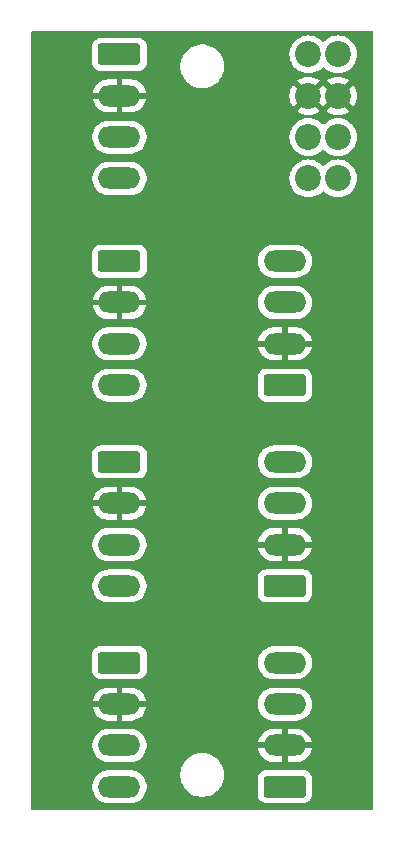
<source format=gbr>
%TF.GenerationSoftware,KiCad,Pcbnew,8.0.2*%
%TF.CreationDate,2024-09-06T00:12:25+02:00*%
%TF.ProjectId,splitX_pluggable_4p,73706c69-7458-45f7-906c-75676761626c,rev?*%
%TF.SameCoordinates,Original*%
%TF.FileFunction,Copper,L2,Inr*%
%TF.FilePolarity,Positive*%
%FSLAX46Y46*%
G04 Gerber Fmt 4.6, Leading zero omitted, Abs format (unit mm)*
G04 Created by KiCad (PCBNEW 8.0.2) date 2024-09-06 00:12:25*
%MOMM*%
%LPD*%
G01*
G04 APERTURE LIST*
G04 Aperture macros list*
%AMRoundRect*
0 Rectangle with rounded corners*
0 $1 Rounding radius*
0 $2 $3 $4 $5 $6 $7 $8 $9 X,Y pos of 4 corners*
0 Add a 4 corners polygon primitive as box body*
4,1,4,$2,$3,$4,$5,$6,$7,$8,$9,$2,$3,0*
0 Add four circle primitives for the rounded corners*
1,1,$1+$1,$2,$3*
1,1,$1+$1,$4,$5*
1,1,$1+$1,$6,$7*
1,1,$1+$1,$8,$9*
0 Add four rect primitives between the rounded corners*
20,1,$1+$1,$2,$3,$4,$5,0*
20,1,$1+$1,$4,$5,$6,$7,0*
20,1,$1+$1,$6,$7,$8,$9,0*
20,1,$1+$1,$8,$9,$2,$3,0*%
G04 Aperture macros list end*
%TA.AperFunction,ComponentPad*%
%ADD10RoundRect,0.250000X-1.550000X0.650000X-1.550000X-0.650000X1.550000X-0.650000X1.550000X0.650000X0*%
%TD*%
%TA.AperFunction,ComponentPad*%
%ADD11O,3.600000X1.800000*%
%TD*%
%TA.AperFunction,ComponentPad*%
%ADD12RoundRect,0.250000X1.550000X-0.650000X1.550000X0.650000X-1.550000X0.650000X-1.550000X-0.650000X0*%
%TD*%
%TA.AperFunction,ComponentPad*%
%ADD13C,2.200000*%
%TD*%
G04 APERTURE END LIST*
D10*
%TO.N,/A*%
%TO.C,J108*%
X91000000Y-99000000D03*
D11*
%TO.N,/B*%
X91000000Y-102500000D03*
%TO.N,/C*%
X91000000Y-106000000D03*
%TO.N,/D*%
X91000000Y-109500000D03*
%TD*%
D12*
%TO.N,/A*%
%TO.C,J107*%
X105000000Y-109500000D03*
D11*
%TO.N,/B*%
X105000000Y-106000000D03*
%TO.N,/C*%
X105000000Y-102500000D03*
%TO.N,/D*%
X105000000Y-99000000D03*
%TD*%
D10*
%TO.N,/A*%
%TO.C,J106*%
X91000000Y-82000000D03*
D11*
%TO.N,/B*%
X91000000Y-85500000D03*
%TO.N,/C*%
X91000000Y-89000000D03*
%TO.N,/D*%
X91000000Y-92500000D03*
%TD*%
D10*
%TO.N,/A*%
%TO.C,J105*%
X91000000Y-47500000D03*
D11*
%TO.N,/B*%
X91000000Y-51000000D03*
%TO.N,/C*%
X91000000Y-54500000D03*
%TO.N,/D*%
X91000000Y-58000000D03*
%TD*%
D13*
%TO.N,/D*%
%TO.C,J104*%
X107000000Y-58000000D03*
X109500000Y-58000000D03*
%TO.N,/C*%
X107000000Y-54500000D03*
X109500000Y-54500000D03*
%TO.N,/B*%
X107000000Y-51000000D03*
X109500000Y-51000000D03*
%TO.N,/A*%
X107000000Y-47500000D03*
X109500000Y-47500000D03*
%TD*%
D12*
%TO.N,/A*%
%TO.C,J103*%
X105000000Y-92500000D03*
D11*
%TO.N,/B*%
X105000000Y-89000000D03*
%TO.N,/C*%
X105000000Y-85500000D03*
%TO.N,/D*%
X105000000Y-82000000D03*
%TD*%
D12*
%TO.N,/A*%
%TO.C,J102*%
X105000000Y-75500000D03*
D11*
%TO.N,/B*%
X105000000Y-72000000D03*
%TO.N,/C*%
X105000000Y-68500000D03*
%TO.N,/D*%
X105000000Y-65000000D03*
%TD*%
D10*
%TO.N,/A*%
%TO.C,J101*%
X91000000Y-65000000D03*
D11*
%TO.N,/B*%
X91000000Y-68500000D03*
%TO.N,/C*%
X91000000Y-72000000D03*
%TO.N,/D*%
X91000000Y-75500000D03*
%TD*%
%TA.AperFunction,Conductor*%
%TO.N,/B*%
G36*
X112442539Y-45520185D02*
G01*
X112488294Y-45572989D01*
X112499500Y-45624500D01*
X112499500Y-111375500D01*
X112479815Y-111442539D01*
X112427011Y-111488294D01*
X112375500Y-111499500D01*
X83624500Y-111499500D01*
X83557461Y-111479815D01*
X83511706Y-111427011D01*
X83500500Y-111375500D01*
X83500500Y-109389778D01*
X88699500Y-109389778D01*
X88699500Y-109610221D01*
X88733985Y-109827952D01*
X88802103Y-110037603D01*
X88802104Y-110037606D01*
X88866110Y-110163222D01*
X88884854Y-110200009D01*
X88902187Y-110234025D01*
X89031752Y-110412358D01*
X89031756Y-110412363D01*
X89187636Y-110568243D01*
X89187641Y-110568247D01*
X89343192Y-110681260D01*
X89365978Y-110697815D01*
X89494375Y-110763237D01*
X89562393Y-110797895D01*
X89562396Y-110797896D01*
X89667221Y-110831955D01*
X89772049Y-110866015D01*
X89989778Y-110900500D01*
X89989779Y-110900500D01*
X92010221Y-110900500D01*
X92010222Y-110900500D01*
X92227951Y-110866015D01*
X92437606Y-110797895D01*
X92634022Y-110697815D01*
X92812365Y-110568242D01*
X92968242Y-110412365D01*
X93097815Y-110234022D01*
X93197895Y-110037606D01*
X93266015Y-109827951D01*
X93300500Y-109610222D01*
X93300500Y-109389778D01*
X93266015Y-109172049D01*
X93197895Y-108962394D01*
X93197895Y-108962393D01*
X93163237Y-108894375D01*
X93097815Y-108765978D01*
X93047848Y-108697204D01*
X92968247Y-108587641D01*
X92968243Y-108587636D01*
X92812363Y-108431756D01*
X92812358Y-108431752D01*
X92739352Y-108378711D01*
X96149500Y-108378711D01*
X96149500Y-108621288D01*
X96181161Y-108861785D01*
X96243947Y-109096104D01*
X96275404Y-109172047D01*
X96336776Y-109320212D01*
X96458064Y-109530289D01*
X96458066Y-109530292D01*
X96458067Y-109530293D01*
X96605733Y-109722736D01*
X96605739Y-109722743D01*
X96777256Y-109894260D01*
X96777262Y-109894265D01*
X96969711Y-110041936D01*
X97179788Y-110163224D01*
X97403900Y-110256054D01*
X97638211Y-110318838D01*
X97818586Y-110342584D01*
X97878711Y-110350500D01*
X97878712Y-110350500D01*
X98121289Y-110350500D01*
X98169388Y-110344167D01*
X98361789Y-110318838D01*
X98596100Y-110256054D01*
X98820212Y-110163224D01*
X99030289Y-110041936D01*
X99222738Y-109894265D01*
X99394265Y-109722738D01*
X99541936Y-109530289D01*
X99663224Y-109320212D01*
X99756054Y-109096100D01*
X99818838Y-108861789D01*
X99826975Y-108799983D01*
X102699500Y-108799983D01*
X102699500Y-110200001D01*
X102699501Y-110200018D01*
X102710000Y-110302796D01*
X102710001Y-110302799D01*
X102746308Y-110412365D01*
X102765186Y-110469334D01*
X102857288Y-110618656D01*
X102981344Y-110742712D01*
X103130666Y-110834814D01*
X103297203Y-110889999D01*
X103399991Y-110900500D01*
X106600008Y-110900499D01*
X106702797Y-110889999D01*
X106869334Y-110834814D01*
X107018656Y-110742712D01*
X107142712Y-110618656D01*
X107234814Y-110469334D01*
X107289999Y-110302797D01*
X107300500Y-110200009D01*
X107300499Y-108799992D01*
X107297024Y-108765978D01*
X107289999Y-108697203D01*
X107289998Y-108697200D01*
X107264843Y-108621288D01*
X107234814Y-108530666D01*
X107142712Y-108381344D01*
X107018656Y-108257288D01*
X106869334Y-108165186D01*
X106702797Y-108110001D01*
X106702795Y-108110000D01*
X106600010Y-108099500D01*
X103399998Y-108099500D01*
X103399981Y-108099501D01*
X103297203Y-108110000D01*
X103297200Y-108110001D01*
X103130668Y-108165185D01*
X103130663Y-108165187D01*
X102981342Y-108257289D01*
X102857289Y-108381342D01*
X102765187Y-108530663D01*
X102765186Y-108530666D01*
X102710001Y-108697203D01*
X102710001Y-108697204D01*
X102710000Y-108697204D01*
X102699500Y-108799983D01*
X99826975Y-108799983D01*
X99850500Y-108621288D01*
X99850500Y-108378712D01*
X99818838Y-108138211D01*
X99756054Y-107903900D01*
X99663224Y-107679788D01*
X99541936Y-107469711D01*
X99394265Y-107277262D01*
X99394260Y-107277256D01*
X99222743Y-107105739D01*
X99222736Y-107105733D01*
X99030293Y-106958067D01*
X99030292Y-106958066D01*
X99030289Y-106958064D01*
X98820212Y-106836776D01*
X98820205Y-106836773D01*
X98596104Y-106743947D01*
X98361785Y-106681161D01*
X98121289Y-106649500D01*
X98121288Y-106649500D01*
X97878712Y-106649500D01*
X97878711Y-106649500D01*
X97638214Y-106681161D01*
X97403895Y-106743947D01*
X97179794Y-106836773D01*
X97179785Y-106836777D01*
X96969706Y-106958067D01*
X96777263Y-107105733D01*
X96777256Y-107105739D01*
X96605739Y-107277256D01*
X96605733Y-107277263D01*
X96458067Y-107469706D01*
X96336777Y-107679785D01*
X96336773Y-107679794D01*
X96243947Y-107903895D01*
X96181161Y-108138214D01*
X96149500Y-108378711D01*
X92739352Y-108378711D01*
X92634025Y-108302187D01*
X92634024Y-108302186D01*
X92634022Y-108302185D01*
X92545908Y-108257288D01*
X92437606Y-108202104D01*
X92437603Y-108202103D01*
X92227952Y-108133985D01*
X92076516Y-108110000D01*
X92010222Y-108099500D01*
X89989778Y-108099500D01*
X89923484Y-108110000D01*
X89772047Y-108133985D01*
X89562396Y-108202103D01*
X89562393Y-108202104D01*
X89365974Y-108302187D01*
X89187641Y-108431752D01*
X89187636Y-108431756D01*
X89031756Y-108587636D01*
X89031752Y-108587641D01*
X88902187Y-108765974D01*
X88802104Y-108962393D01*
X88802103Y-108962396D01*
X88733985Y-109172047D01*
X88699500Y-109389778D01*
X83500500Y-109389778D01*
X83500500Y-105889778D01*
X88699500Y-105889778D01*
X88699500Y-106110221D01*
X88733985Y-106327952D01*
X88802103Y-106537603D01*
X88802104Y-106537606D01*
X88902187Y-106734025D01*
X89031752Y-106912358D01*
X89031756Y-106912363D01*
X89187636Y-107068243D01*
X89187641Y-107068247D01*
X89343192Y-107181260D01*
X89365978Y-107197815D01*
X89494375Y-107263237D01*
X89562393Y-107297895D01*
X89562396Y-107297896D01*
X89667221Y-107331955D01*
X89772049Y-107366015D01*
X89989778Y-107400500D01*
X89989779Y-107400500D01*
X92010221Y-107400500D01*
X92010222Y-107400500D01*
X92227951Y-107366015D01*
X92437606Y-107297895D01*
X92634022Y-107197815D01*
X92812365Y-107068242D01*
X92968242Y-106912365D01*
X93097815Y-106734022D01*
X93197895Y-106537606D01*
X93266015Y-106327951D01*
X93300500Y-106110222D01*
X93300500Y-105889778D01*
X93278361Y-105750000D01*
X102722145Y-105750000D01*
X104451518Y-105750000D01*
X104440889Y-105768409D01*
X104400000Y-105921009D01*
X104400000Y-106078991D01*
X104440889Y-106231591D01*
X104451518Y-106250000D01*
X102722145Y-106250000D01*
X102734473Y-106327835D01*
X102734473Y-106327838D01*
X102802567Y-106537410D01*
X102902613Y-106733760D01*
X103032142Y-106912041D01*
X103187958Y-107067857D01*
X103366239Y-107197386D01*
X103562589Y-107297432D01*
X103772164Y-107365526D01*
X103989819Y-107400000D01*
X104750000Y-107400000D01*
X104750000Y-106548482D01*
X104768409Y-106559111D01*
X104921009Y-106600000D01*
X105078991Y-106600000D01*
X105231591Y-106559111D01*
X105250000Y-106548482D01*
X105250000Y-107400000D01*
X106010181Y-107400000D01*
X106227835Y-107365526D01*
X106437410Y-107297432D01*
X106633760Y-107197386D01*
X106812041Y-107067857D01*
X106967857Y-106912041D01*
X107097386Y-106733760D01*
X107197432Y-106537410D01*
X107265526Y-106327838D01*
X107265526Y-106327835D01*
X107277855Y-106250000D01*
X105548482Y-106250000D01*
X105559111Y-106231591D01*
X105600000Y-106078991D01*
X105600000Y-105921009D01*
X105559111Y-105768409D01*
X105548482Y-105750000D01*
X107277855Y-105750000D01*
X107265526Y-105672164D01*
X107265526Y-105672161D01*
X107197432Y-105462589D01*
X107097386Y-105266239D01*
X106967857Y-105087958D01*
X106812041Y-104932142D01*
X106633760Y-104802613D01*
X106437410Y-104702567D01*
X106227835Y-104634473D01*
X106010181Y-104600000D01*
X105250000Y-104600000D01*
X105250000Y-105451517D01*
X105231591Y-105440889D01*
X105078991Y-105400000D01*
X104921009Y-105400000D01*
X104768409Y-105440889D01*
X104750000Y-105451517D01*
X104750000Y-104600000D01*
X103989819Y-104600000D01*
X103772164Y-104634473D01*
X103562589Y-104702567D01*
X103366239Y-104802613D01*
X103187958Y-104932142D01*
X103032142Y-105087958D01*
X102902613Y-105266239D01*
X102802567Y-105462589D01*
X102734473Y-105672161D01*
X102734473Y-105672164D01*
X102722145Y-105750000D01*
X93278361Y-105750000D01*
X93266015Y-105672049D01*
X93231955Y-105567221D01*
X93197896Y-105462396D01*
X93197895Y-105462393D01*
X93163237Y-105394375D01*
X93097815Y-105265978D01*
X92968477Y-105087958D01*
X92968247Y-105087641D01*
X92968243Y-105087636D01*
X92812363Y-104931756D01*
X92812358Y-104931752D01*
X92634025Y-104802187D01*
X92634024Y-104802186D01*
X92634022Y-104802185D01*
X92571096Y-104770122D01*
X92437606Y-104702104D01*
X92437603Y-104702103D01*
X92227952Y-104633985D01*
X92119086Y-104616742D01*
X92010222Y-104599500D01*
X89989778Y-104599500D01*
X89917201Y-104610995D01*
X89772047Y-104633985D01*
X89562396Y-104702103D01*
X89562393Y-104702104D01*
X89365974Y-104802187D01*
X89187641Y-104931752D01*
X89187636Y-104931756D01*
X89031756Y-105087636D01*
X89031752Y-105087641D01*
X88902187Y-105265974D01*
X88802104Y-105462393D01*
X88802103Y-105462396D01*
X88733985Y-105672047D01*
X88699500Y-105889778D01*
X83500500Y-105889778D01*
X83500500Y-102250000D01*
X88722145Y-102250000D01*
X90451518Y-102250000D01*
X90440889Y-102268409D01*
X90400000Y-102421009D01*
X90400000Y-102578991D01*
X90440889Y-102731591D01*
X90451518Y-102750000D01*
X88722145Y-102750000D01*
X88734473Y-102827835D01*
X88734473Y-102827838D01*
X88802567Y-103037410D01*
X88902613Y-103233760D01*
X89032142Y-103412041D01*
X89187958Y-103567857D01*
X89366239Y-103697386D01*
X89562589Y-103797432D01*
X89772164Y-103865526D01*
X89989819Y-103900000D01*
X90750000Y-103900000D01*
X90750000Y-103048482D01*
X90768409Y-103059111D01*
X90921009Y-103100000D01*
X91078991Y-103100000D01*
X91231591Y-103059111D01*
X91250000Y-103048482D01*
X91250000Y-103900000D01*
X92010181Y-103900000D01*
X92227835Y-103865526D01*
X92437410Y-103797432D01*
X92633760Y-103697386D01*
X92812041Y-103567857D01*
X92967857Y-103412041D01*
X93097386Y-103233760D01*
X93197432Y-103037410D01*
X93265526Y-102827838D01*
X93265526Y-102827835D01*
X93277855Y-102750000D01*
X91548482Y-102750000D01*
X91559111Y-102731591D01*
X91600000Y-102578991D01*
X91600000Y-102421009D01*
X91591632Y-102389778D01*
X102699500Y-102389778D01*
X102699500Y-102610221D01*
X102733985Y-102827952D01*
X102802103Y-103037603D01*
X102802104Y-103037606D01*
X102902187Y-103234025D01*
X103031752Y-103412358D01*
X103031756Y-103412363D01*
X103187636Y-103568243D01*
X103187641Y-103568247D01*
X103343192Y-103681260D01*
X103365978Y-103697815D01*
X103494375Y-103763237D01*
X103562393Y-103797895D01*
X103562396Y-103797896D01*
X103667221Y-103831955D01*
X103772049Y-103866015D01*
X103989778Y-103900500D01*
X103989779Y-103900500D01*
X106010221Y-103900500D01*
X106010222Y-103900500D01*
X106227951Y-103866015D01*
X106437606Y-103797895D01*
X106634022Y-103697815D01*
X106812365Y-103568242D01*
X106968242Y-103412365D01*
X107097815Y-103234022D01*
X107197895Y-103037606D01*
X107266015Y-102827951D01*
X107300500Y-102610222D01*
X107300500Y-102389778D01*
X107266015Y-102172049D01*
X107231955Y-102067221D01*
X107197896Y-101962396D01*
X107197895Y-101962393D01*
X107163237Y-101894375D01*
X107097815Y-101765978D01*
X106968477Y-101587958D01*
X106968247Y-101587641D01*
X106968243Y-101587636D01*
X106812363Y-101431756D01*
X106812358Y-101431752D01*
X106634025Y-101302187D01*
X106634024Y-101302186D01*
X106634022Y-101302185D01*
X106571096Y-101270122D01*
X106437606Y-101202104D01*
X106437603Y-101202103D01*
X106227952Y-101133985D01*
X106119086Y-101116742D01*
X106010222Y-101099500D01*
X103989778Y-101099500D01*
X103917201Y-101110995D01*
X103772047Y-101133985D01*
X103562396Y-101202103D01*
X103562393Y-101202104D01*
X103365974Y-101302187D01*
X103187641Y-101431752D01*
X103187636Y-101431756D01*
X103031756Y-101587636D01*
X103031752Y-101587641D01*
X102902187Y-101765974D01*
X102802104Y-101962393D01*
X102802103Y-101962396D01*
X102733985Y-102172047D01*
X102699500Y-102389778D01*
X91591632Y-102389778D01*
X91559111Y-102268409D01*
X91548482Y-102250000D01*
X93277855Y-102250000D01*
X93265526Y-102172164D01*
X93265526Y-102172161D01*
X93197432Y-101962589D01*
X93097386Y-101766239D01*
X92967857Y-101587958D01*
X92812041Y-101432142D01*
X92633760Y-101302613D01*
X92437410Y-101202567D01*
X92227835Y-101134473D01*
X92010181Y-101100000D01*
X91250000Y-101100000D01*
X91250000Y-101951517D01*
X91231591Y-101940889D01*
X91078991Y-101900000D01*
X90921009Y-101900000D01*
X90768409Y-101940889D01*
X90750000Y-101951517D01*
X90750000Y-101100000D01*
X89989819Y-101100000D01*
X89772164Y-101134473D01*
X89562589Y-101202567D01*
X89366239Y-101302613D01*
X89187958Y-101432142D01*
X89032142Y-101587958D01*
X88902613Y-101766239D01*
X88802567Y-101962589D01*
X88734473Y-102172161D01*
X88734473Y-102172164D01*
X88722145Y-102250000D01*
X83500500Y-102250000D01*
X83500500Y-98299983D01*
X88699500Y-98299983D01*
X88699500Y-99700001D01*
X88699501Y-99700018D01*
X88710000Y-99802796D01*
X88710001Y-99802799D01*
X88746308Y-99912365D01*
X88765186Y-99969334D01*
X88857288Y-100118656D01*
X88981344Y-100242712D01*
X89130666Y-100334814D01*
X89297203Y-100389999D01*
X89399991Y-100400500D01*
X92600008Y-100400499D01*
X92702797Y-100389999D01*
X92869334Y-100334814D01*
X93018656Y-100242712D01*
X93142712Y-100118656D01*
X93234814Y-99969334D01*
X93289999Y-99802797D01*
X93300500Y-99700009D01*
X93300499Y-98889778D01*
X102699500Y-98889778D01*
X102699500Y-99110221D01*
X102733985Y-99327952D01*
X102802103Y-99537603D01*
X102802104Y-99537606D01*
X102870122Y-99671096D01*
X102884854Y-99700009D01*
X102902187Y-99734025D01*
X103031752Y-99912358D01*
X103031756Y-99912363D01*
X103187636Y-100068243D01*
X103187641Y-100068247D01*
X103343192Y-100181260D01*
X103365978Y-100197815D01*
X103494375Y-100263237D01*
X103562393Y-100297895D01*
X103562396Y-100297896D01*
X103667221Y-100331955D01*
X103772049Y-100366015D01*
X103989778Y-100400500D01*
X103989779Y-100400500D01*
X106010221Y-100400500D01*
X106010222Y-100400500D01*
X106227951Y-100366015D01*
X106437606Y-100297895D01*
X106634022Y-100197815D01*
X106812365Y-100068242D01*
X106968242Y-99912365D01*
X107097815Y-99734022D01*
X107197895Y-99537606D01*
X107266015Y-99327951D01*
X107300500Y-99110222D01*
X107300500Y-98889778D01*
X107266015Y-98672049D01*
X107197895Y-98462394D01*
X107197895Y-98462393D01*
X107115149Y-98299998D01*
X107097815Y-98265978D01*
X107047848Y-98197204D01*
X106968247Y-98087641D01*
X106968243Y-98087636D01*
X106812363Y-97931756D01*
X106812358Y-97931752D01*
X106634025Y-97802187D01*
X106634024Y-97802186D01*
X106634022Y-97802185D01*
X106545908Y-97757288D01*
X106437606Y-97702104D01*
X106437603Y-97702103D01*
X106227952Y-97633985D01*
X106076516Y-97610000D01*
X106010222Y-97599500D01*
X103989778Y-97599500D01*
X103923484Y-97610000D01*
X103772047Y-97633985D01*
X103562396Y-97702103D01*
X103562393Y-97702104D01*
X103365974Y-97802187D01*
X103187641Y-97931752D01*
X103187636Y-97931756D01*
X103031756Y-98087636D01*
X103031752Y-98087641D01*
X102902187Y-98265974D01*
X102802104Y-98462393D01*
X102802103Y-98462396D01*
X102733985Y-98672047D01*
X102699500Y-98889778D01*
X93300499Y-98889778D01*
X93300499Y-98299992D01*
X93297024Y-98265978D01*
X93289999Y-98197203D01*
X93289998Y-98197200D01*
X93234814Y-98030666D01*
X93142712Y-97881344D01*
X93018656Y-97757288D01*
X92869334Y-97665186D01*
X92702797Y-97610001D01*
X92702795Y-97610000D01*
X92600010Y-97599500D01*
X89399998Y-97599500D01*
X89399981Y-97599501D01*
X89297203Y-97610000D01*
X89297200Y-97610001D01*
X89130668Y-97665185D01*
X89130663Y-97665187D01*
X88981342Y-97757289D01*
X88857289Y-97881342D01*
X88765187Y-98030663D01*
X88765186Y-98030666D01*
X88710001Y-98197203D01*
X88710001Y-98197204D01*
X88710000Y-98197204D01*
X88699500Y-98299983D01*
X83500500Y-98299983D01*
X83500500Y-92389778D01*
X88699500Y-92389778D01*
X88699500Y-92610221D01*
X88733985Y-92827952D01*
X88802103Y-93037603D01*
X88802104Y-93037606D01*
X88870122Y-93171096D01*
X88884854Y-93200009D01*
X88902187Y-93234025D01*
X89031752Y-93412358D01*
X89031756Y-93412363D01*
X89187636Y-93568243D01*
X89187641Y-93568247D01*
X89343192Y-93681260D01*
X89365978Y-93697815D01*
X89494375Y-93763237D01*
X89562393Y-93797895D01*
X89562396Y-93797896D01*
X89667221Y-93831955D01*
X89772049Y-93866015D01*
X89989778Y-93900500D01*
X89989779Y-93900500D01*
X92010221Y-93900500D01*
X92010222Y-93900500D01*
X92227951Y-93866015D01*
X92437606Y-93797895D01*
X92634022Y-93697815D01*
X92812365Y-93568242D01*
X92968242Y-93412365D01*
X93097815Y-93234022D01*
X93197895Y-93037606D01*
X93266015Y-92827951D01*
X93300500Y-92610222D01*
X93300500Y-92389778D01*
X93266015Y-92172049D01*
X93197895Y-91962394D01*
X93197895Y-91962393D01*
X93115149Y-91799998D01*
X93115141Y-91799983D01*
X102699500Y-91799983D01*
X102699500Y-93200001D01*
X102699501Y-93200018D01*
X102710000Y-93302796D01*
X102710001Y-93302799D01*
X102746308Y-93412365D01*
X102765186Y-93469334D01*
X102857288Y-93618656D01*
X102981344Y-93742712D01*
X103130666Y-93834814D01*
X103297203Y-93889999D01*
X103399991Y-93900500D01*
X106600008Y-93900499D01*
X106702797Y-93889999D01*
X106869334Y-93834814D01*
X107018656Y-93742712D01*
X107142712Y-93618656D01*
X107234814Y-93469334D01*
X107289999Y-93302797D01*
X107300500Y-93200009D01*
X107300499Y-91799992D01*
X107297024Y-91765978D01*
X107289999Y-91697203D01*
X107289998Y-91697200D01*
X107234814Y-91530666D01*
X107142712Y-91381344D01*
X107018656Y-91257288D01*
X106869334Y-91165186D01*
X106702797Y-91110001D01*
X106702795Y-91110000D01*
X106600010Y-91099500D01*
X103399998Y-91099500D01*
X103399981Y-91099501D01*
X103297203Y-91110000D01*
X103297200Y-91110001D01*
X103130668Y-91165185D01*
X103130663Y-91165187D01*
X102981342Y-91257289D01*
X102857289Y-91381342D01*
X102765187Y-91530663D01*
X102765186Y-91530666D01*
X102710001Y-91697203D01*
X102710001Y-91697204D01*
X102710000Y-91697204D01*
X102699500Y-91799983D01*
X93115141Y-91799983D01*
X93097815Y-91765978D01*
X93047848Y-91697204D01*
X92968247Y-91587641D01*
X92968243Y-91587636D01*
X92812363Y-91431756D01*
X92812358Y-91431752D01*
X92634025Y-91302187D01*
X92634024Y-91302186D01*
X92634022Y-91302185D01*
X92545908Y-91257288D01*
X92437606Y-91202104D01*
X92437603Y-91202103D01*
X92227952Y-91133985D01*
X92076516Y-91110000D01*
X92010222Y-91099500D01*
X89989778Y-91099500D01*
X89923484Y-91110000D01*
X89772047Y-91133985D01*
X89562396Y-91202103D01*
X89562393Y-91202104D01*
X89365974Y-91302187D01*
X89187641Y-91431752D01*
X89187636Y-91431756D01*
X89031756Y-91587636D01*
X89031752Y-91587641D01*
X88902187Y-91765974D01*
X88802104Y-91962393D01*
X88802103Y-91962396D01*
X88733985Y-92172047D01*
X88699500Y-92389778D01*
X83500500Y-92389778D01*
X83500500Y-88889778D01*
X88699500Y-88889778D01*
X88699500Y-89110221D01*
X88733985Y-89327952D01*
X88802103Y-89537603D01*
X88802104Y-89537606D01*
X88902187Y-89734025D01*
X89031752Y-89912358D01*
X89031756Y-89912363D01*
X89187636Y-90068243D01*
X89187641Y-90068247D01*
X89343192Y-90181260D01*
X89365978Y-90197815D01*
X89494375Y-90263237D01*
X89562393Y-90297895D01*
X89562396Y-90297896D01*
X89667221Y-90331955D01*
X89772049Y-90366015D01*
X89989778Y-90400500D01*
X89989779Y-90400500D01*
X92010221Y-90400500D01*
X92010222Y-90400500D01*
X92227951Y-90366015D01*
X92437606Y-90297895D01*
X92634022Y-90197815D01*
X92812365Y-90068242D01*
X92968242Y-89912365D01*
X93097815Y-89734022D01*
X93197895Y-89537606D01*
X93266015Y-89327951D01*
X93300500Y-89110222D01*
X93300500Y-88889778D01*
X93278361Y-88750000D01*
X102722145Y-88750000D01*
X104451518Y-88750000D01*
X104440889Y-88768409D01*
X104400000Y-88921009D01*
X104400000Y-89078991D01*
X104440889Y-89231591D01*
X104451518Y-89250000D01*
X102722145Y-89250000D01*
X102734473Y-89327835D01*
X102734473Y-89327838D01*
X102802567Y-89537410D01*
X102902613Y-89733760D01*
X103032142Y-89912041D01*
X103187958Y-90067857D01*
X103366239Y-90197386D01*
X103562589Y-90297432D01*
X103772164Y-90365526D01*
X103989819Y-90400000D01*
X104750000Y-90400000D01*
X104750000Y-89548482D01*
X104768409Y-89559111D01*
X104921009Y-89600000D01*
X105078991Y-89600000D01*
X105231591Y-89559111D01*
X105250000Y-89548482D01*
X105250000Y-90400000D01*
X106010181Y-90400000D01*
X106227835Y-90365526D01*
X106437410Y-90297432D01*
X106633760Y-90197386D01*
X106812041Y-90067857D01*
X106967857Y-89912041D01*
X107097386Y-89733760D01*
X107197432Y-89537410D01*
X107265526Y-89327838D01*
X107265526Y-89327835D01*
X107277855Y-89250000D01*
X105548482Y-89250000D01*
X105559111Y-89231591D01*
X105600000Y-89078991D01*
X105600000Y-88921009D01*
X105559111Y-88768409D01*
X105548482Y-88750000D01*
X107277855Y-88750000D01*
X107265526Y-88672164D01*
X107265526Y-88672161D01*
X107197432Y-88462589D01*
X107097386Y-88266239D01*
X106967857Y-88087958D01*
X106812041Y-87932142D01*
X106633760Y-87802613D01*
X106437410Y-87702567D01*
X106227835Y-87634473D01*
X106010181Y-87600000D01*
X105250000Y-87600000D01*
X105250000Y-88451517D01*
X105231591Y-88440889D01*
X105078991Y-88400000D01*
X104921009Y-88400000D01*
X104768409Y-88440889D01*
X104750000Y-88451517D01*
X104750000Y-87600000D01*
X103989819Y-87600000D01*
X103772164Y-87634473D01*
X103562589Y-87702567D01*
X103366239Y-87802613D01*
X103187958Y-87932142D01*
X103032142Y-88087958D01*
X102902613Y-88266239D01*
X102802567Y-88462589D01*
X102734473Y-88672161D01*
X102734473Y-88672164D01*
X102722145Y-88750000D01*
X93278361Y-88750000D01*
X93266015Y-88672049D01*
X93231955Y-88567221D01*
X93197896Y-88462396D01*
X93197895Y-88462393D01*
X93163237Y-88394375D01*
X93097815Y-88265978D01*
X92968477Y-88087958D01*
X92968247Y-88087641D01*
X92968243Y-88087636D01*
X92812363Y-87931756D01*
X92812358Y-87931752D01*
X92634025Y-87802187D01*
X92634024Y-87802186D01*
X92634022Y-87802185D01*
X92571096Y-87770122D01*
X92437606Y-87702104D01*
X92437603Y-87702103D01*
X92227952Y-87633985D01*
X92119086Y-87616742D01*
X92010222Y-87599500D01*
X89989778Y-87599500D01*
X89917201Y-87610995D01*
X89772047Y-87633985D01*
X89562396Y-87702103D01*
X89562393Y-87702104D01*
X89365974Y-87802187D01*
X89187641Y-87931752D01*
X89187636Y-87931756D01*
X89031756Y-88087636D01*
X89031752Y-88087641D01*
X88902187Y-88265974D01*
X88802104Y-88462393D01*
X88802103Y-88462396D01*
X88733985Y-88672047D01*
X88699500Y-88889778D01*
X83500500Y-88889778D01*
X83500500Y-85250000D01*
X88722145Y-85250000D01*
X90451518Y-85250000D01*
X90440889Y-85268409D01*
X90400000Y-85421009D01*
X90400000Y-85578991D01*
X90440889Y-85731591D01*
X90451518Y-85750000D01*
X88722145Y-85750000D01*
X88734473Y-85827835D01*
X88734473Y-85827838D01*
X88802567Y-86037410D01*
X88902613Y-86233760D01*
X89032142Y-86412041D01*
X89187958Y-86567857D01*
X89366239Y-86697386D01*
X89562589Y-86797432D01*
X89772164Y-86865526D01*
X89989819Y-86900000D01*
X90750000Y-86900000D01*
X90750000Y-86048482D01*
X90768409Y-86059111D01*
X90921009Y-86100000D01*
X91078991Y-86100000D01*
X91231591Y-86059111D01*
X91250000Y-86048482D01*
X91250000Y-86900000D01*
X92010181Y-86900000D01*
X92227835Y-86865526D01*
X92437410Y-86797432D01*
X92633760Y-86697386D01*
X92812041Y-86567857D01*
X92967857Y-86412041D01*
X93097386Y-86233760D01*
X93197432Y-86037410D01*
X93265526Y-85827838D01*
X93265526Y-85827835D01*
X93277855Y-85750000D01*
X91548482Y-85750000D01*
X91559111Y-85731591D01*
X91600000Y-85578991D01*
X91600000Y-85421009D01*
X91591632Y-85389778D01*
X102699500Y-85389778D01*
X102699500Y-85610221D01*
X102733985Y-85827952D01*
X102802103Y-86037603D01*
X102802104Y-86037606D01*
X102902187Y-86234025D01*
X103031752Y-86412358D01*
X103031756Y-86412363D01*
X103187636Y-86568243D01*
X103187641Y-86568247D01*
X103343192Y-86681260D01*
X103365978Y-86697815D01*
X103494375Y-86763237D01*
X103562393Y-86797895D01*
X103562396Y-86797896D01*
X103667221Y-86831955D01*
X103772049Y-86866015D01*
X103989778Y-86900500D01*
X103989779Y-86900500D01*
X106010221Y-86900500D01*
X106010222Y-86900500D01*
X106227951Y-86866015D01*
X106437606Y-86797895D01*
X106634022Y-86697815D01*
X106812365Y-86568242D01*
X106968242Y-86412365D01*
X107097815Y-86234022D01*
X107197895Y-86037606D01*
X107266015Y-85827951D01*
X107300500Y-85610222D01*
X107300500Y-85389778D01*
X107266015Y-85172049D01*
X107231955Y-85067221D01*
X107197896Y-84962396D01*
X107197895Y-84962393D01*
X107163237Y-84894375D01*
X107097815Y-84765978D01*
X106968477Y-84587958D01*
X106968247Y-84587641D01*
X106968243Y-84587636D01*
X106812363Y-84431756D01*
X106812358Y-84431752D01*
X106634025Y-84302187D01*
X106634024Y-84302186D01*
X106634022Y-84302185D01*
X106571096Y-84270122D01*
X106437606Y-84202104D01*
X106437603Y-84202103D01*
X106227952Y-84133985D01*
X106119086Y-84116742D01*
X106010222Y-84099500D01*
X103989778Y-84099500D01*
X103917201Y-84110995D01*
X103772047Y-84133985D01*
X103562396Y-84202103D01*
X103562393Y-84202104D01*
X103365974Y-84302187D01*
X103187641Y-84431752D01*
X103187636Y-84431756D01*
X103031756Y-84587636D01*
X103031752Y-84587641D01*
X102902187Y-84765974D01*
X102802104Y-84962393D01*
X102802103Y-84962396D01*
X102733985Y-85172047D01*
X102699500Y-85389778D01*
X91591632Y-85389778D01*
X91559111Y-85268409D01*
X91548482Y-85250000D01*
X93277855Y-85250000D01*
X93265526Y-85172164D01*
X93265526Y-85172161D01*
X93197432Y-84962589D01*
X93097386Y-84766239D01*
X92967857Y-84587958D01*
X92812041Y-84432142D01*
X92633760Y-84302613D01*
X92437410Y-84202567D01*
X92227835Y-84134473D01*
X92010181Y-84100000D01*
X91250000Y-84100000D01*
X91250000Y-84951517D01*
X91231591Y-84940889D01*
X91078991Y-84900000D01*
X90921009Y-84900000D01*
X90768409Y-84940889D01*
X90750000Y-84951517D01*
X90750000Y-84100000D01*
X89989819Y-84100000D01*
X89772164Y-84134473D01*
X89562589Y-84202567D01*
X89366239Y-84302613D01*
X89187958Y-84432142D01*
X89032142Y-84587958D01*
X88902613Y-84766239D01*
X88802567Y-84962589D01*
X88734473Y-85172161D01*
X88734473Y-85172164D01*
X88722145Y-85250000D01*
X83500500Y-85250000D01*
X83500500Y-81299983D01*
X88699500Y-81299983D01*
X88699500Y-82700001D01*
X88699501Y-82700018D01*
X88710000Y-82802796D01*
X88710001Y-82802799D01*
X88746308Y-82912365D01*
X88765186Y-82969334D01*
X88857288Y-83118656D01*
X88981344Y-83242712D01*
X89130666Y-83334814D01*
X89297203Y-83389999D01*
X89399991Y-83400500D01*
X92600008Y-83400499D01*
X92702797Y-83389999D01*
X92869334Y-83334814D01*
X93018656Y-83242712D01*
X93142712Y-83118656D01*
X93234814Y-82969334D01*
X93289999Y-82802797D01*
X93300500Y-82700009D01*
X93300499Y-81889778D01*
X102699500Y-81889778D01*
X102699500Y-82110221D01*
X102733985Y-82327952D01*
X102802103Y-82537603D01*
X102802104Y-82537606D01*
X102870122Y-82671096D01*
X102884854Y-82700009D01*
X102902187Y-82734025D01*
X103031752Y-82912358D01*
X103031756Y-82912363D01*
X103187636Y-83068243D01*
X103187641Y-83068247D01*
X103343192Y-83181260D01*
X103365978Y-83197815D01*
X103494375Y-83263237D01*
X103562393Y-83297895D01*
X103562396Y-83297896D01*
X103667221Y-83331955D01*
X103772049Y-83366015D01*
X103989778Y-83400500D01*
X103989779Y-83400500D01*
X106010221Y-83400500D01*
X106010222Y-83400500D01*
X106227951Y-83366015D01*
X106437606Y-83297895D01*
X106634022Y-83197815D01*
X106812365Y-83068242D01*
X106968242Y-82912365D01*
X107097815Y-82734022D01*
X107197895Y-82537606D01*
X107266015Y-82327951D01*
X107300500Y-82110222D01*
X107300500Y-81889778D01*
X107266015Y-81672049D01*
X107197895Y-81462394D01*
X107197895Y-81462393D01*
X107115149Y-81299998D01*
X107097815Y-81265978D01*
X107047848Y-81197204D01*
X106968247Y-81087641D01*
X106968243Y-81087636D01*
X106812363Y-80931756D01*
X106812358Y-80931752D01*
X106634025Y-80802187D01*
X106634024Y-80802186D01*
X106634022Y-80802185D01*
X106545908Y-80757288D01*
X106437606Y-80702104D01*
X106437603Y-80702103D01*
X106227952Y-80633985D01*
X106076516Y-80610000D01*
X106010222Y-80599500D01*
X103989778Y-80599500D01*
X103923484Y-80610000D01*
X103772047Y-80633985D01*
X103562396Y-80702103D01*
X103562393Y-80702104D01*
X103365974Y-80802187D01*
X103187641Y-80931752D01*
X103187636Y-80931756D01*
X103031756Y-81087636D01*
X103031752Y-81087641D01*
X102902187Y-81265974D01*
X102802104Y-81462393D01*
X102802103Y-81462396D01*
X102733985Y-81672047D01*
X102699500Y-81889778D01*
X93300499Y-81889778D01*
X93300499Y-81299992D01*
X93297024Y-81265978D01*
X93289999Y-81197203D01*
X93289998Y-81197200D01*
X93234814Y-81030666D01*
X93142712Y-80881344D01*
X93018656Y-80757288D01*
X92869334Y-80665186D01*
X92702797Y-80610001D01*
X92702795Y-80610000D01*
X92600010Y-80599500D01*
X89399998Y-80599500D01*
X89399981Y-80599501D01*
X89297203Y-80610000D01*
X89297200Y-80610001D01*
X89130668Y-80665185D01*
X89130663Y-80665187D01*
X88981342Y-80757289D01*
X88857289Y-80881342D01*
X88765187Y-81030663D01*
X88765186Y-81030666D01*
X88710001Y-81197203D01*
X88710001Y-81197204D01*
X88710000Y-81197204D01*
X88699500Y-81299983D01*
X83500500Y-81299983D01*
X83500500Y-75389778D01*
X88699500Y-75389778D01*
X88699500Y-75610221D01*
X88733985Y-75827952D01*
X88802103Y-76037603D01*
X88802104Y-76037606D01*
X88870122Y-76171096D01*
X88884854Y-76200009D01*
X88902187Y-76234025D01*
X89031752Y-76412358D01*
X89031756Y-76412363D01*
X89187636Y-76568243D01*
X89187641Y-76568247D01*
X89343192Y-76681260D01*
X89365978Y-76697815D01*
X89494375Y-76763237D01*
X89562393Y-76797895D01*
X89562396Y-76797896D01*
X89667221Y-76831955D01*
X89772049Y-76866015D01*
X89989778Y-76900500D01*
X89989779Y-76900500D01*
X92010221Y-76900500D01*
X92010222Y-76900500D01*
X92227951Y-76866015D01*
X92437606Y-76797895D01*
X92634022Y-76697815D01*
X92812365Y-76568242D01*
X92968242Y-76412365D01*
X93097815Y-76234022D01*
X93197895Y-76037606D01*
X93266015Y-75827951D01*
X93300500Y-75610222D01*
X93300500Y-75389778D01*
X93266015Y-75172049D01*
X93197895Y-74962394D01*
X93197895Y-74962393D01*
X93115149Y-74799998D01*
X93115141Y-74799983D01*
X102699500Y-74799983D01*
X102699500Y-76200001D01*
X102699501Y-76200018D01*
X102710000Y-76302796D01*
X102710001Y-76302799D01*
X102746308Y-76412365D01*
X102765186Y-76469334D01*
X102857288Y-76618656D01*
X102981344Y-76742712D01*
X103130666Y-76834814D01*
X103297203Y-76889999D01*
X103399991Y-76900500D01*
X106600008Y-76900499D01*
X106702797Y-76889999D01*
X106869334Y-76834814D01*
X107018656Y-76742712D01*
X107142712Y-76618656D01*
X107234814Y-76469334D01*
X107289999Y-76302797D01*
X107300500Y-76200009D01*
X107300499Y-74799992D01*
X107297024Y-74765978D01*
X107289999Y-74697203D01*
X107289998Y-74697200D01*
X107234814Y-74530666D01*
X107142712Y-74381344D01*
X107018656Y-74257288D01*
X106869334Y-74165186D01*
X106702797Y-74110001D01*
X106702795Y-74110000D01*
X106600010Y-74099500D01*
X103399998Y-74099500D01*
X103399981Y-74099501D01*
X103297203Y-74110000D01*
X103297200Y-74110001D01*
X103130668Y-74165185D01*
X103130663Y-74165187D01*
X102981342Y-74257289D01*
X102857289Y-74381342D01*
X102765187Y-74530663D01*
X102765186Y-74530666D01*
X102710001Y-74697203D01*
X102710001Y-74697204D01*
X102710000Y-74697204D01*
X102699500Y-74799983D01*
X93115141Y-74799983D01*
X93097815Y-74765978D01*
X93047848Y-74697204D01*
X92968247Y-74587641D01*
X92968243Y-74587636D01*
X92812363Y-74431756D01*
X92812358Y-74431752D01*
X92634025Y-74302187D01*
X92634024Y-74302186D01*
X92634022Y-74302185D01*
X92545908Y-74257288D01*
X92437606Y-74202104D01*
X92437603Y-74202103D01*
X92227952Y-74133985D01*
X92076516Y-74110000D01*
X92010222Y-74099500D01*
X89989778Y-74099500D01*
X89923484Y-74110000D01*
X89772047Y-74133985D01*
X89562396Y-74202103D01*
X89562393Y-74202104D01*
X89365974Y-74302187D01*
X89187641Y-74431752D01*
X89187636Y-74431756D01*
X89031756Y-74587636D01*
X89031752Y-74587641D01*
X88902187Y-74765974D01*
X88802104Y-74962393D01*
X88802103Y-74962396D01*
X88733985Y-75172047D01*
X88699500Y-75389778D01*
X83500500Y-75389778D01*
X83500500Y-71889778D01*
X88699500Y-71889778D01*
X88699500Y-72110221D01*
X88733985Y-72327952D01*
X88802103Y-72537603D01*
X88802104Y-72537606D01*
X88902187Y-72734025D01*
X89031752Y-72912358D01*
X89031756Y-72912363D01*
X89187636Y-73068243D01*
X89187641Y-73068247D01*
X89343192Y-73181260D01*
X89365978Y-73197815D01*
X89494375Y-73263237D01*
X89562393Y-73297895D01*
X89562396Y-73297896D01*
X89667221Y-73331955D01*
X89772049Y-73366015D01*
X89989778Y-73400500D01*
X89989779Y-73400500D01*
X92010221Y-73400500D01*
X92010222Y-73400500D01*
X92227951Y-73366015D01*
X92437606Y-73297895D01*
X92634022Y-73197815D01*
X92812365Y-73068242D01*
X92968242Y-72912365D01*
X93097815Y-72734022D01*
X93197895Y-72537606D01*
X93266015Y-72327951D01*
X93300500Y-72110222D01*
X93300500Y-71889778D01*
X93278361Y-71750000D01*
X102722145Y-71750000D01*
X104451518Y-71750000D01*
X104440889Y-71768409D01*
X104400000Y-71921009D01*
X104400000Y-72078991D01*
X104440889Y-72231591D01*
X104451518Y-72250000D01*
X102722145Y-72250000D01*
X102734473Y-72327835D01*
X102734473Y-72327838D01*
X102802567Y-72537410D01*
X102902613Y-72733760D01*
X103032142Y-72912041D01*
X103187958Y-73067857D01*
X103366239Y-73197386D01*
X103562589Y-73297432D01*
X103772164Y-73365526D01*
X103989819Y-73400000D01*
X104750000Y-73400000D01*
X104750000Y-72548482D01*
X104768409Y-72559111D01*
X104921009Y-72600000D01*
X105078991Y-72600000D01*
X105231591Y-72559111D01*
X105250000Y-72548482D01*
X105250000Y-73400000D01*
X106010181Y-73400000D01*
X106227835Y-73365526D01*
X106437410Y-73297432D01*
X106633760Y-73197386D01*
X106812041Y-73067857D01*
X106967857Y-72912041D01*
X107097386Y-72733760D01*
X107197432Y-72537410D01*
X107265526Y-72327838D01*
X107265526Y-72327835D01*
X107277855Y-72250000D01*
X105548482Y-72250000D01*
X105559111Y-72231591D01*
X105600000Y-72078991D01*
X105600000Y-71921009D01*
X105559111Y-71768409D01*
X105548482Y-71750000D01*
X107277855Y-71750000D01*
X107265526Y-71672164D01*
X107265526Y-71672161D01*
X107197432Y-71462589D01*
X107097386Y-71266239D01*
X106967857Y-71087958D01*
X106812041Y-70932142D01*
X106633760Y-70802613D01*
X106437410Y-70702567D01*
X106227835Y-70634473D01*
X106010181Y-70600000D01*
X105250000Y-70600000D01*
X105250000Y-71451517D01*
X105231591Y-71440889D01*
X105078991Y-71400000D01*
X104921009Y-71400000D01*
X104768409Y-71440889D01*
X104750000Y-71451517D01*
X104750000Y-70600000D01*
X103989819Y-70600000D01*
X103772164Y-70634473D01*
X103562589Y-70702567D01*
X103366239Y-70802613D01*
X103187958Y-70932142D01*
X103032142Y-71087958D01*
X102902613Y-71266239D01*
X102802567Y-71462589D01*
X102734473Y-71672161D01*
X102734473Y-71672164D01*
X102722145Y-71750000D01*
X93278361Y-71750000D01*
X93266015Y-71672049D01*
X93231955Y-71567221D01*
X93197896Y-71462396D01*
X93197895Y-71462393D01*
X93163237Y-71394375D01*
X93097815Y-71265978D01*
X92968477Y-71087958D01*
X92968247Y-71087641D01*
X92968243Y-71087636D01*
X92812363Y-70931756D01*
X92812358Y-70931752D01*
X92634025Y-70802187D01*
X92634024Y-70802186D01*
X92634022Y-70802185D01*
X92571096Y-70770122D01*
X92437606Y-70702104D01*
X92437603Y-70702103D01*
X92227952Y-70633985D01*
X92119086Y-70616742D01*
X92010222Y-70599500D01*
X89989778Y-70599500D01*
X89917201Y-70610995D01*
X89772047Y-70633985D01*
X89562396Y-70702103D01*
X89562393Y-70702104D01*
X89365974Y-70802187D01*
X89187641Y-70931752D01*
X89187636Y-70931756D01*
X89031756Y-71087636D01*
X89031752Y-71087641D01*
X88902187Y-71265974D01*
X88802104Y-71462393D01*
X88802103Y-71462396D01*
X88733985Y-71672047D01*
X88699500Y-71889778D01*
X83500500Y-71889778D01*
X83500500Y-68250000D01*
X88722145Y-68250000D01*
X90451518Y-68250000D01*
X90440889Y-68268409D01*
X90400000Y-68421009D01*
X90400000Y-68578991D01*
X90440889Y-68731591D01*
X90451518Y-68750000D01*
X88722145Y-68750000D01*
X88734473Y-68827835D01*
X88734473Y-68827838D01*
X88802567Y-69037410D01*
X88902613Y-69233760D01*
X89032142Y-69412041D01*
X89187958Y-69567857D01*
X89366239Y-69697386D01*
X89562589Y-69797432D01*
X89772164Y-69865526D01*
X89989819Y-69900000D01*
X90750000Y-69900000D01*
X90750000Y-69048482D01*
X90768409Y-69059111D01*
X90921009Y-69100000D01*
X91078991Y-69100000D01*
X91231591Y-69059111D01*
X91250000Y-69048482D01*
X91250000Y-69900000D01*
X92010181Y-69900000D01*
X92227835Y-69865526D01*
X92437410Y-69797432D01*
X92633760Y-69697386D01*
X92812041Y-69567857D01*
X92967857Y-69412041D01*
X93097386Y-69233760D01*
X93197432Y-69037410D01*
X93265526Y-68827838D01*
X93265526Y-68827835D01*
X93277855Y-68750000D01*
X91548482Y-68750000D01*
X91559111Y-68731591D01*
X91600000Y-68578991D01*
X91600000Y-68421009D01*
X91591632Y-68389778D01*
X102699500Y-68389778D01*
X102699500Y-68610221D01*
X102733985Y-68827952D01*
X102802103Y-69037603D01*
X102802104Y-69037606D01*
X102902187Y-69234025D01*
X103031752Y-69412358D01*
X103031756Y-69412363D01*
X103187636Y-69568243D01*
X103187641Y-69568247D01*
X103343192Y-69681260D01*
X103365978Y-69697815D01*
X103494375Y-69763237D01*
X103562393Y-69797895D01*
X103562396Y-69797896D01*
X103667221Y-69831955D01*
X103772049Y-69866015D01*
X103989778Y-69900500D01*
X103989779Y-69900500D01*
X106010221Y-69900500D01*
X106010222Y-69900500D01*
X106227951Y-69866015D01*
X106437606Y-69797895D01*
X106634022Y-69697815D01*
X106812365Y-69568242D01*
X106968242Y-69412365D01*
X107097815Y-69234022D01*
X107197895Y-69037606D01*
X107266015Y-68827951D01*
X107300500Y-68610222D01*
X107300500Y-68389778D01*
X107266015Y-68172049D01*
X107231955Y-68067221D01*
X107197896Y-67962396D01*
X107197895Y-67962393D01*
X107163237Y-67894375D01*
X107097815Y-67765978D01*
X106968477Y-67587958D01*
X106968247Y-67587641D01*
X106968243Y-67587636D01*
X106812363Y-67431756D01*
X106812358Y-67431752D01*
X106634025Y-67302187D01*
X106634024Y-67302186D01*
X106634022Y-67302185D01*
X106571096Y-67270122D01*
X106437606Y-67202104D01*
X106437603Y-67202103D01*
X106227952Y-67133985D01*
X106119086Y-67116742D01*
X106010222Y-67099500D01*
X103989778Y-67099500D01*
X103917201Y-67110995D01*
X103772047Y-67133985D01*
X103562396Y-67202103D01*
X103562393Y-67202104D01*
X103365974Y-67302187D01*
X103187641Y-67431752D01*
X103187636Y-67431756D01*
X103031756Y-67587636D01*
X103031752Y-67587641D01*
X102902187Y-67765974D01*
X102802104Y-67962393D01*
X102802103Y-67962396D01*
X102733985Y-68172047D01*
X102699500Y-68389778D01*
X91591632Y-68389778D01*
X91559111Y-68268409D01*
X91548482Y-68250000D01*
X93277855Y-68250000D01*
X93265526Y-68172164D01*
X93265526Y-68172161D01*
X93197432Y-67962589D01*
X93097386Y-67766239D01*
X92967857Y-67587958D01*
X92812041Y-67432142D01*
X92633760Y-67302613D01*
X92437410Y-67202567D01*
X92227835Y-67134473D01*
X92010181Y-67100000D01*
X91250000Y-67100000D01*
X91250000Y-67951517D01*
X91231591Y-67940889D01*
X91078991Y-67900000D01*
X90921009Y-67900000D01*
X90768409Y-67940889D01*
X90750000Y-67951517D01*
X90750000Y-67100000D01*
X89989819Y-67100000D01*
X89772164Y-67134473D01*
X89562589Y-67202567D01*
X89366239Y-67302613D01*
X89187958Y-67432142D01*
X89032142Y-67587958D01*
X88902613Y-67766239D01*
X88802567Y-67962589D01*
X88734473Y-68172161D01*
X88734473Y-68172164D01*
X88722145Y-68250000D01*
X83500500Y-68250000D01*
X83500500Y-64299983D01*
X88699500Y-64299983D01*
X88699500Y-65700001D01*
X88699501Y-65700018D01*
X88710000Y-65802796D01*
X88710001Y-65802799D01*
X88746308Y-65912365D01*
X88765186Y-65969334D01*
X88857288Y-66118656D01*
X88981344Y-66242712D01*
X89130666Y-66334814D01*
X89297203Y-66389999D01*
X89399991Y-66400500D01*
X92600008Y-66400499D01*
X92702797Y-66389999D01*
X92869334Y-66334814D01*
X93018656Y-66242712D01*
X93142712Y-66118656D01*
X93234814Y-65969334D01*
X93289999Y-65802797D01*
X93300500Y-65700009D01*
X93300499Y-64889778D01*
X102699500Y-64889778D01*
X102699500Y-65110221D01*
X102733985Y-65327952D01*
X102802103Y-65537603D01*
X102802104Y-65537606D01*
X102870122Y-65671096D01*
X102884854Y-65700009D01*
X102902187Y-65734025D01*
X103031752Y-65912358D01*
X103031756Y-65912363D01*
X103187636Y-66068243D01*
X103187641Y-66068247D01*
X103343192Y-66181260D01*
X103365978Y-66197815D01*
X103494375Y-66263237D01*
X103562393Y-66297895D01*
X103562396Y-66297896D01*
X103667221Y-66331955D01*
X103772049Y-66366015D01*
X103989778Y-66400500D01*
X103989779Y-66400500D01*
X106010221Y-66400500D01*
X106010222Y-66400500D01*
X106227951Y-66366015D01*
X106437606Y-66297895D01*
X106634022Y-66197815D01*
X106812365Y-66068242D01*
X106968242Y-65912365D01*
X107097815Y-65734022D01*
X107197895Y-65537606D01*
X107266015Y-65327951D01*
X107300500Y-65110222D01*
X107300500Y-64889778D01*
X107266015Y-64672049D01*
X107197895Y-64462394D01*
X107197895Y-64462393D01*
X107115149Y-64299998D01*
X107097815Y-64265978D01*
X107047848Y-64197204D01*
X106968247Y-64087641D01*
X106968243Y-64087636D01*
X106812363Y-63931756D01*
X106812358Y-63931752D01*
X106634025Y-63802187D01*
X106634024Y-63802186D01*
X106634022Y-63802185D01*
X106545908Y-63757288D01*
X106437606Y-63702104D01*
X106437603Y-63702103D01*
X106227952Y-63633985D01*
X106076516Y-63610000D01*
X106010222Y-63599500D01*
X103989778Y-63599500D01*
X103923484Y-63610000D01*
X103772047Y-63633985D01*
X103562396Y-63702103D01*
X103562393Y-63702104D01*
X103365974Y-63802187D01*
X103187641Y-63931752D01*
X103187636Y-63931756D01*
X103031756Y-64087636D01*
X103031752Y-64087641D01*
X102902187Y-64265974D01*
X102802104Y-64462393D01*
X102802103Y-64462396D01*
X102733985Y-64672047D01*
X102699500Y-64889778D01*
X93300499Y-64889778D01*
X93300499Y-64299992D01*
X93297024Y-64265978D01*
X93289999Y-64197203D01*
X93289998Y-64197200D01*
X93234814Y-64030666D01*
X93142712Y-63881344D01*
X93018656Y-63757288D01*
X92869334Y-63665186D01*
X92702797Y-63610001D01*
X92702795Y-63610000D01*
X92600010Y-63599500D01*
X89399998Y-63599500D01*
X89399981Y-63599501D01*
X89297203Y-63610000D01*
X89297200Y-63610001D01*
X89130668Y-63665185D01*
X89130663Y-63665187D01*
X88981342Y-63757289D01*
X88857289Y-63881342D01*
X88765187Y-64030663D01*
X88765186Y-64030666D01*
X88710001Y-64197203D01*
X88710001Y-64197204D01*
X88710000Y-64197204D01*
X88699500Y-64299983D01*
X83500500Y-64299983D01*
X83500500Y-57889778D01*
X88699500Y-57889778D01*
X88699500Y-58110221D01*
X88733985Y-58327952D01*
X88802103Y-58537603D01*
X88802104Y-58537606D01*
X88870122Y-58671096D01*
X88899554Y-58728859D01*
X88902187Y-58734025D01*
X89031752Y-58912358D01*
X89031756Y-58912363D01*
X89187636Y-59068243D01*
X89187641Y-59068247D01*
X89244971Y-59109899D01*
X89365978Y-59197815D01*
X89494375Y-59263237D01*
X89562393Y-59297895D01*
X89562396Y-59297896D01*
X89667221Y-59331955D01*
X89772049Y-59366015D01*
X89989778Y-59400500D01*
X89989779Y-59400500D01*
X92010221Y-59400500D01*
X92010222Y-59400500D01*
X92227951Y-59366015D01*
X92437606Y-59297895D01*
X92634022Y-59197815D01*
X92812365Y-59068242D01*
X92968242Y-58912365D01*
X93097815Y-58734022D01*
X93197895Y-58537606D01*
X93266015Y-58327951D01*
X93300500Y-58110222D01*
X93300500Y-58000000D01*
X105394551Y-58000000D01*
X105414317Y-58251151D01*
X105473126Y-58496110D01*
X105569533Y-58728859D01*
X105701160Y-58943653D01*
X105701161Y-58943656D01*
X105701164Y-58943659D01*
X105864776Y-59135224D01*
X105938061Y-59197815D01*
X106056343Y-59298838D01*
X106056346Y-59298839D01*
X106271140Y-59430466D01*
X106503889Y-59526873D01*
X106748852Y-59585683D01*
X107000000Y-59605449D01*
X107251148Y-59585683D01*
X107496111Y-59526873D01*
X107728859Y-59430466D01*
X107943659Y-59298836D01*
X108135224Y-59135224D01*
X108155711Y-59111236D01*
X108214216Y-59073045D01*
X108284084Y-59072545D01*
X108343130Y-59109899D01*
X108344231Y-59111169D01*
X108364775Y-59135223D01*
X108364776Y-59135224D01*
X108556343Y-59298838D01*
X108556346Y-59298839D01*
X108771140Y-59430466D01*
X109003889Y-59526873D01*
X109248852Y-59585683D01*
X109500000Y-59605449D01*
X109751148Y-59585683D01*
X109996111Y-59526873D01*
X110228859Y-59430466D01*
X110443659Y-59298836D01*
X110635224Y-59135224D01*
X110798836Y-58943659D01*
X110930466Y-58728859D01*
X111026873Y-58496111D01*
X111085683Y-58251148D01*
X111105449Y-58000000D01*
X111085683Y-57748852D01*
X111026873Y-57503889D01*
X110930466Y-57271141D01*
X110930466Y-57271140D01*
X110798839Y-57056346D01*
X110798838Y-57056343D01*
X110750000Y-56999161D01*
X110635224Y-56864776D01*
X110444760Y-56702104D01*
X110443656Y-56701161D01*
X110443653Y-56701160D01*
X110228859Y-56569533D01*
X109996110Y-56473126D01*
X109751151Y-56414317D01*
X109500000Y-56394551D01*
X109248848Y-56414317D01*
X109003889Y-56473126D01*
X108771140Y-56569533D01*
X108556346Y-56701160D01*
X108556343Y-56701161D01*
X108364775Y-56864776D01*
X108344289Y-56888763D01*
X108285782Y-56926955D01*
X108215914Y-56927453D01*
X108156868Y-56890099D01*
X108155711Y-56888763D01*
X108135224Y-56864776D01*
X107943656Y-56701161D01*
X107943653Y-56701160D01*
X107728859Y-56569533D01*
X107496110Y-56473126D01*
X107251151Y-56414317D01*
X107000000Y-56394551D01*
X106748848Y-56414317D01*
X106503889Y-56473126D01*
X106271140Y-56569533D01*
X106056346Y-56701160D01*
X106056343Y-56701161D01*
X105864776Y-56864776D01*
X105701161Y-57056343D01*
X105701160Y-57056346D01*
X105569533Y-57271140D01*
X105473126Y-57503889D01*
X105414317Y-57748848D01*
X105394551Y-58000000D01*
X93300500Y-58000000D01*
X93300500Y-57889778D01*
X93266015Y-57672049D01*
X93231955Y-57567221D01*
X93197896Y-57462396D01*
X93197895Y-57462393D01*
X93163237Y-57394375D01*
X93097815Y-57265978D01*
X93081260Y-57243192D01*
X92968247Y-57087641D01*
X92968243Y-57087636D01*
X92812363Y-56931756D01*
X92812358Y-56931752D01*
X92634025Y-56802187D01*
X92634024Y-56802186D01*
X92634022Y-56802185D01*
X92571096Y-56770122D01*
X92437606Y-56702104D01*
X92437603Y-56702103D01*
X92227952Y-56633985D01*
X92119086Y-56616742D01*
X92010222Y-56599500D01*
X89989778Y-56599500D01*
X89917201Y-56610995D01*
X89772047Y-56633985D01*
X89562396Y-56702103D01*
X89562393Y-56702104D01*
X89365974Y-56802187D01*
X89187641Y-56931752D01*
X89187636Y-56931756D01*
X89031756Y-57087636D01*
X89031752Y-57087641D01*
X88902187Y-57265974D01*
X88802104Y-57462393D01*
X88802103Y-57462396D01*
X88733985Y-57672047D01*
X88699500Y-57889778D01*
X83500500Y-57889778D01*
X83500500Y-54389778D01*
X88699500Y-54389778D01*
X88699500Y-54610221D01*
X88733985Y-54827952D01*
X88802103Y-55037603D01*
X88802104Y-55037606D01*
X88870122Y-55171096D01*
X88899554Y-55228859D01*
X88902187Y-55234025D01*
X89031752Y-55412358D01*
X89031756Y-55412363D01*
X89187636Y-55568243D01*
X89187641Y-55568247D01*
X89244971Y-55609899D01*
X89365978Y-55697815D01*
X89494375Y-55763237D01*
X89562393Y-55797895D01*
X89562396Y-55797896D01*
X89667221Y-55831955D01*
X89772049Y-55866015D01*
X89989778Y-55900500D01*
X89989779Y-55900500D01*
X92010221Y-55900500D01*
X92010222Y-55900500D01*
X92227951Y-55866015D01*
X92437606Y-55797895D01*
X92634022Y-55697815D01*
X92812365Y-55568242D01*
X92968242Y-55412365D01*
X93097815Y-55234022D01*
X93197895Y-55037606D01*
X93266015Y-54827951D01*
X93300500Y-54610222D01*
X93300500Y-54500000D01*
X105394551Y-54500000D01*
X105414317Y-54751151D01*
X105473126Y-54996110D01*
X105569533Y-55228859D01*
X105701160Y-55443653D01*
X105701161Y-55443656D01*
X105701164Y-55443659D01*
X105864776Y-55635224D01*
X105938061Y-55697815D01*
X106056343Y-55798838D01*
X106056346Y-55798839D01*
X106271140Y-55930466D01*
X106503889Y-56026873D01*
X106748852Y-56085683D01*
X107000000Y-56105449D01*
X107251148Y-56085683D01*
X107496111Y-56026873D01*
X107728859Y-55930466D01*
X107943659Y-55798836D01*
X108135224Y-55635224D01*
X108155711Y-55611236D01*
X108214216Y-55573045D01*
X108284084Y-55572545D01*
X108343130Y-55609899D01*
X108344231Y-55611169D01*
X108364775Y-55635223D01*
X108364776Y-55635224D01*
X108556343Y-55798838D01*
X108556346Y-55798839D01*
X108771140Y-55930466D01*
X109003889Y-56026873D01*
X109248852Y-56085683D01*
X109500000Y-56105449D01*
X109751148Y-56085683D01*
X109996111Y-56026873D01*
X110228859Y-55930466D01*
X110443659Y-55798836D01*
X110635224Y-55635224D01*
X110798836Y-55443659D01*
X110930466Y-55228859D01*
X111026873Y-54996111D01*
X111085683Y-54751148D01*
X111105449Y-54500000D01*
X111085683Y-54248852D01*
X111026873Y-54003889D01*
X110930466Y-53771141D01*
X110930466Y-53771140D01*
X110798839Y-53556346D01*
X110798838Y-53556343D01*
X110750000Y-53499161D01*
X110635224Y-53364776D01*
X110444760Y-53202104D01*
X110443656Y-53201161D01*
X110443653Y-53201160D01*
X110228859Y-53069533D01*
X109996110Y-52973126D01*
X109751151Y-52914317D01*
X109500000Y-52894551D01*
X109248848Y-52914317D01*
X109003889Y-52973126D01*
X108771140Y-53069533D01*
X108556346Y-53201160D01*
X108556343Y-53201161D01*
X108364775Y-53364776D01*
X108344289Y-53388763D01*
X108285782Y-53426955D01*
X108215914Y-53427453D01*
X108156868Y-53390099D01*
X108155711Y-53388763D01*
X108135224Y-53364776D01*
X107943656Y-53201161D01*
X107943653Y-53201160D01*
X107728859Y-53069533D01*
X107496110Y-52973126D01*
X107251151Y-52914317D01*
X107000000Y-52894551D01*
X106748848Y-52914317D01*
X106503889Y-52973126D01*
X106271140Y-53069533D01*
X106056346Y-53201160D01*
X106056343Y-53201161D01*
X105864776Y-53364776D01*
X105701161Y-53556343D01*
X105701160Y-53556346D01*
X105569533Y-53771140D01*
X105473126Y-54003889D01*
X105414317Y-54248848D01*
X105394551Y-54500000D01*
X93300500Y-54500000D01*
X93300500Y-54389778D01*
X93266015Y-54172049D01*
X93231955Y-54067221D01*
X93197896Y-53962396D01*
X93197895Y-53962393D01*
X93163237Y-53894375D01*
X93097815Y-53765978D01*
X93081260Y-53743192D01*
X92968247Y-53587641D01*
X92968243Y-53587636D01*
X92812363Y-53431756D01*
X92812358Y-53431752D01*
X92634025Y-53302187D01*
X92634024Y-53302186D01*
X92634022Y-53302185D01*
X92571096Y-53270122D01*
X92437606Y-53202104D01*
X92437603Y-53202103D01*
X92227952Y-53133985D01*
X92119086Y-53116742D01*
X92010222Y-53099500D01*
X89989778Y-53099500D01*
X89917201Y-53110995D01*
X89772047Y-53133985D01*
X89562396Y-53202103D01*
X89562393Y-53202104D01*
X89365974Y-53302187D01*
X89187641Y-53431752D01*
X89187636Y-53431756D01*
X89031756Y-53587636D01*
X89031752Y-53587641D01*
X88902187Y-53765974D01*
X88802104Y-53962393D01*
X88802103Y-53962396D01*
X88733985Y-54172047D01*
X88699500Y-54389778D01*
X83500500Y-54389778D01*
X83500500Y-50750000D01*
X88722145Y-50750000D01*
X90451518Y-50750000D01*
X90440889Y-50768409D01*
X90400000Y-50921009D01*
X90400000Y-51078991D01*
X90440889Y-51231591D01*
X90451518Y-51250000D01*
X88722145Y-51250000D01*
X88734473Y-51327835D01*
X88734473Y-51327838D01*
X88802567Y-51537410D01*
X88902613Y-51733760D01*
X89032142Y-51912041D01*
X89187958Y-52067857D01*
X89366239Y-52197386D01*
X89562589Y-52297432D01*
X89772164Y-52365526D01*
X89989819Y-52400000D01*
X90750000Y-52400000D01*
X90750000Y-51548482D01*
X90768409Y-51559111D01*
X90921009Y-51600000D01*
X91078991Y-51600000D01*
X91231591Y-51559111D01*
X91250000Y-51548482D01*
X91250000Y-52400000D01*
X92010181Y-52400000D01*
X92227835Y-52365526D01*
X92437410Y-52297432D01*
X92633760Y-52197386D01*
X92812041Y-52067857D01*
X92967857Y-51912041D01*
X93097386Y-51733760D01*
X93197432Y-51537410D01*
X93265526Y-51327838D01*
X93265526Y-51327835D01*
X93277855Y-51250000D01*
X91548482Y-51250000D01*
X91559111Y-51231591D01*
X91600000Y-51078991D01*
X91600000Y-51000000D01*
X105395052Y-51000000D01*
X105414812Y-51251072D01*
X105473603Y-51495956D01*
X105569980Y-51728631D01*
X105701568Y-51943362D01*
X105702266Y-51944179D01*
X106435387Y-51211059D01*
X106440889Y-51231591D01*
X106519881Y-51368408D01*
X106631592Y-51480119D01*
X106768409Y-51559111D01*
X106788940Y-51564612D01*
X106055819Y-52297732D01*
X106055819Y-52297733D01*
X106056634Y-52298429D01*
X106271368Y-52430019D01*
X106504043Y-52526396D01*
X106748927Y-52585187D01*
X107000000Y-52604947D01*
X107251072Y-52585187D01*
X107495956Y-52526396D01*
X107728631Y-52430019D01*
X107943361Y-52298432D01*
X107943363Y-52298430D01*
X107944180Y-52297732D01*
X107211059Y-51564612D01*
X107231591Y-51559111D01*
X107368408Y-51480119D01*
X107480119Y-51368408D01*
X107559111Y-51231591D01*
X107564612Y-51211059D01*
X108250000Y-51896447D01*
X108935387Y-51211059D01*
X108940889Y-51231591D01*
X109019881Y-51368408D01*
X109131592Y-51480119D01*
X109268409Y-51559111D01*
X109288940Y-51564612D01*
X108555819Y-52297732D01*
X108555819Y-52297733D01*
X108556634Y-52298429D01*
X108771368Y-52430019D01*
X109004043Y-52526396D01*
X109248927Y-52585187D01*
X109500000Y-52604947D01*
X109751072Y-52585187D01*
X109995956Y-52526396D01*
X110228631Y-52430019D01*
X110443361Y-52298432D01*
X110443363Y-52298430D01*
X110444180Y-52297732D01*
X109711059Y-51564612D01*
X109731591Y-51559111D01*
X109868408Y-51480119D01*
X109980119Y-51368408D01*
X110059111Y-51231591D01*
X110064612Y-51211060D01*
X110797732Y-51944180D01*
X110798430Y-51943363D01*
X110798432Y-51943361D01*
X110930019Y-51728631D01*
X111026396Y-51495956D01*
X111085187Y-51251072D01*
X111104947Y-51000000D01*
X111085187Y-50748927D01*
X111026396Y-50504043D01*
X110930019Y-50271368D01*
X110798429Y-50056634D01*
X110797733Y-50055819D01*
X110797732Y-50055819D01*
X110064612Y-50788939D01*
X110059111Y-50768409D01*
X109980119Y-50631592D01*
X109868408Y-50519881D01*
X109731591Y-50440889D01*
X109711059Y-50435387D01*
X110444179Y-49702266D01*
X110443362Y-49701568D01*
X110228631Y-49569980D01*
X109995956Y-49473603D01*
X109751072Y-49414812D01*
X109500000Y-49395052D01*
X109248927Y-49414812D01*
X109004043Y-49473603D01*
X108771368Y-49569980D01*
X108556637Y-49701567D01*
X108555819Y-49702266D01*
X109288940Y-50435387D01*
X109268409Y-50440889D01*
X109131592Y-50519881D01*
X109019881Y-50631592D01*
X108940889Y-50768409D01*
X108935387Y-50788940D01*
X108250000Y-50103553D01*
X107564612Y-50788940D01*
X107559111Y-50768409D01*
X107480119Y-50631592D01*
X107368408Y-50519881D01*
X107231591Y-50440889D01*
X107211059Y-50435387D01*
X107944179Y-49702266D01*
X107943362Y-49701568D01*
X107728631Y-49569980D01*
X107495956Y-49473603D01*
X107251072Y-49414812D01*
X107000000Y-49395052D01*
X106748927Y-49414812D01*
X106504043Y-49473603D01*
X106271368Y-49569980D01*
X106056637Y-49701567D01*
X106055819Y-49702266D01*
X106788940Y-50435387D01*
X106768409Y-50440889D01*
X106631592Y-50519881D01*
X106519881Y-50631592D01*
X106440889Y-50768409D01*
X106435387Y-50788940D01*
X105702266Y-50055819D01*
X105701567Y-50056637D01*
X105569980Y-50271368D01*
X105473603Y-50504043D01*
X105414812Y-50748927D01*
X105395052Y-51000000D01*
X91600000Y-51000000D01*
X91600000Y-50921009D01*
X91559111Y-50768409D01*
X91548482Y-50750000D01*
X93277855Y-50750000D01*
X93265526Y-50672164D01*
X93265526Y-50672161D01*
X93197432Y-50462589D01*
X93097386Y-50266239D01*
X92967857Y-50087958D01*
X92812041Y-49932142D01*
X92633760Y-49802613D01*
X92437410Y-49702567D01*
X92227835Y-49634473D01*
X92010181Y-49600000D01*
X91250000Y-49600000D01*
X91250000Y-50451517D01*
X91231591Y-50440889D01*
X91078991Y-50400000D01*
X90921009Y-50400000D01*
X90768409Y-50440889D01*
X90750000Y-50451517D01*
X90750000Y-49600000D01*
X89989819Y-49600000D01*
X89772164Y-49634473D01*
X89562589Y-49702567D01*
X89366239Y-49802613D01*
X89187958Y-49932142D01*
X89032142Y-50087958D01*
X88902613Y-50266239D01*
X88802567Y-50462589D01*
X88734473Y-50672161D01*
X88734473Y-50672164D01*
X88722145Y-50750000D01*
X83500500Y-50750000D01*
X83500500Y-46799983D01*
X88699500Y-46799983D01*
X88699500Y-48200001D01*
X88699501Y-48200018D01*
X88710000Y-48302796D01*
X88710001Y-48302799D01*
X88756676Y-48443653D01*
X88765186Y-48469334D01*
X88857288Y-48618656D01*
X88981344Y-48742712D01*
X89130666Y-48834814D01*
X89297203Y-48889999D01*
X89399991Y-48900500D01*
X92600008Y-48900499D01*
X92702797Y-48889999D01*
X92869334Y-48834814D01*
X93018656Y-48742712D01*
X93142712Y-48618656D01*
X93234814Y-48469334D01*
X93264844Y-48378711D01*
X96149500Y-48378711D01*
X96149500Y-48621288D01*
X96181161Y-48861785D01*
X96243947Y-49096104D01*
X96247818Y-49105449D01*
X96336776Y-49320212D01*
X96458064Y-49530289D01*
X96458066Y-49530292D01*
X96458067Y-49530293D01*
X96605733Y-49722736D01*
X96605739Y-49722743D01*
X96777256Y-49894260D01*
X96777262Y-49894265D01*
X96969711Y-50041936D01*
X97179788Y-50163224D01*
X97403900Y-50256054D01*
X97638211Y-50318838D01*
X97818586Y-50342584D01*
X97878711Y-50350500D01*
X97878712Y-50350500D01*
X98121289Y-50350500D01*
X98169388Y-50344167D01*
X98361789Y-50318838D01*
X98596100Y-50256054D01*
X98820212Y-50163224D01*
X99030289Y-50041936D01*
X99222738Y-49894265D01*
X99394265Y-49722738D01*
X99541936Y-49530289D01*
X99663224Y-49320212D01*
X99756054Y-49096100D01*
X99818838Y-48861789D01*
X99850500Y-48621288D01*
X99850500Y-48378712D01*
X99818838Y-48138211D01*
X99756054Y-47903900D01*
X99663224Y-47679788D01*
X99559423Y-47500000D01*
X105394551Y-47500000D01*
X105414317Y-47751151D01*
X105473126Y-47996110D01*
X105569533Y-48228859D01*
X105701160Y-48443653D01*
X105701161Y-48443656D01*
X105723094Y-48469336D01*
X105864776Y-48635224D01*
X105990626Y-48742710D01*
X106056343Y-48798838D01*
X106056346Y-48798839D01*
X106271140Y-48930466D01*
X106503889Y-49026873D01*
X106748852Y-49085683D01*
X107000000Y-49105449D01*
X107251148Y-49085683D01*
X107496111Y-49026873D01*
X107728859Y-48930466D01*
X107943659Y-48798836D01*
X108135224Y-48635224D01*
X108155711Y-48611236D01*
X108214216Y-48573045D01*
X108284084Y-48572545D01*
X108343130Y-48609899D01*
X108344231Y-48611169D01*
X108350626Y-48618656D01*
X108364776Y-48635224D01*
X108556343Y-48798838D01*
X108556346Y-48798839D01*
X108771140Y-48930466D01*
X109003889Y-49026873D01*
X109248852Y-49085683D01*
X109500000Y-49105449D01*
X109751148Y-49085683D01*
X109996111Y-49026873D01*
X110228859Y-48930466D01*
X110443659Y-48798836D01*
X110635224Y-48635224D01*
X110798836Y-48443659D01*
X110930466Y-48228859D01*
X111026873Y-47996111D01*
X111085683Y-47751148D01*
X111105449Y-47500000D01*
X111085683Y-47248852D01*
X111026873Y-47003889D01*
X111007892Y-46958064D01*
X110930466Y-46771140D01*
X110798839Y-46556346D01*
X110798838Y-46556343D01*
X110688755Y-46427453D01*
X110635224Y-46364776D01*
X110508571Y-46256604D01*
X110443656Y-46201161D01*
X110443653Y-46201160D01*
X110228859Y-46069533D01*
X109996110Y-45973126D01*
X109751151Y-45914317D01*
X109500000Y-45894551D01*
X109248848Y-45914317D01*
X109003889Y-45973126D01*
X108771140Y-46069533D01*
X108556346Y-46201160D01*
X108556343Y-46201161D01*
X108364775Y-46364776D01*
X108344289Y-46388763D01*
X108285782Y-46426955D01*
X108215914Y-46427453D01*
X108156868Y-46390099D01*
X108155711Y-46388763D01*
X108135224Y-46364776D01*
X107943656Y-46201161D01*
X107943653Y-46201160D01*
X107728859Y-46069533D01*
X107496110Y-45973126D01*
X107251151Y-45914317D01*
X107000000Y-45894551D01*
X106748848Y-45914317D01*
X106503889Y-45973126D01*
X106271140Y-46069533D01*
X106056346Y-46201160D01*
X106056343Y-46201161D01*
X105864776Y-46364776D01*
X105701161Y-46556343D01*
X105701160Y-46556346D01*
X105569533Y-46771140D01*
X105473126Y-47003889D01*
X105414317Y-47248848D01*
X105394551Y-47500000D01*
X99559423Y-47500000D01*
X99541936Y-47469711D01*
X99394265Y-47277262D01*
X99394260Y-47277256D01*
X99222743Y-47105739D01*
X99222736Y-47105733D01*
X99030293Y-46958067D01*
X99030292Y-46958066D01*
X99030289Y-46958064D01*
X98820212Y-46836776D01*
X98820205Y-46836773D01*
X98596104Y-46743947D01*
X98361785Y-46681161D01*
X98121289Y-46649500D01*
X98121288Y-46649500D01*
X97878712Y-46649500D01*
X97878711Y-46649500D01*
X97638214Y-46681161D01*
X97403895Y-46743947D01*
X97179794Y-46836773D01*
X97179785Y-46836777D01*
X96969706Y-46958067D01*
X96777263Y-47105733D01*
X96777256Y-47105739D01*
X96605739Y-47277256D01*
X96605733Y-47277263D01*
X96458067Y-47469706D01*
X96336777Y-47679785D01*
X96336773Y-47679794D01*
X96243947Y-47903895D01*
X96181161Y-48138214D01*
X96149500Y-48378711D01*
X93264844Y-48378711D01*
X93289999Y-48302797D01*
X93300500Y-48200009D01*
X93300499Y-46799992D01*
X93289999Y-46697203D01*
X93234814Y-46530666D01*
X93142712Y-46381344D01*
X93018656Y-46257288D01*
X92869334Y-46165186D01*
X92702797Y-46110001D01*
X92702795Y-46110000D01*
X92600010Y-46099500D01*
X89399998Y-46099500D01*
X89399981Y-46099501D01*
X89297203Y-46110000D01*
X89297200Y-46110001D01*
X89130668Y-46165185D01*
X89130663Y-46165187D01*
X88981342Y-46257289D01*
X88857289Y-46381342D01*
X88765187Y-46530663D01*
X88765186Y-46530666D01*
X88710001Y-46697203D01*
X88710001Y-46697204D01*
X88710000Y-46697204D01*
X88699500Y-46799983D01*
X83500500Y-46799983D01*
X83500500Y-45624500D01*
X83520185Y-45557461D01*
X83572989Y-45511706D01*
X83624500Y-45500500D01*
X112375500Y-45500500D01*
X112442539Y-45520185D01*
G37*
%TD.AperFunction*%
%TD*%
M02*

</source>
